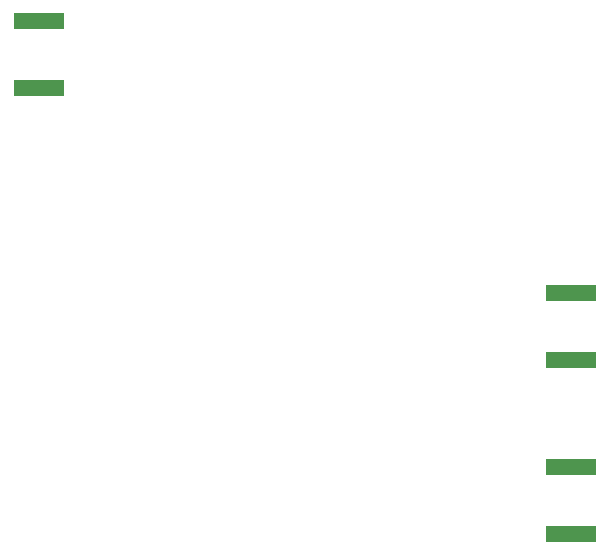
<source format=gbr>
%TF.GenerationSoftware,KiCad,Pcbnew,5.1.8*%
%TF.CreationDate,2020-12-03T12:40:02+01:00*%
%TF.ProjectId,GNI-plutoclocker,474e492d-706c-4757-946f-636c6f636b65,rev?*%
%TF.SameCoordinates,Original*%
%TF.FileFunction,Paste,Bot*%
%TF.FilePolarity,Positive*%
%FSLAX46Y46*%
G04 Gerber Fmt 4.6, Leading zero omitted, Abs format (unit mm)*
G04 Created by KiCad (PCBNEW 5.1.8) date 2020-12-03 12:40:02*
%MOMM*%
%LPD*%
G01*
G04 APERTURE LIST*
%ADD10R,4.200000X1.350000*%
G04 APERTURE END LIST*
D10*
%TO.C,J6*%
X128000000Y-89925000D03*
X128000000Y-95575000D03*
%TD*%
%TO.C,J4*%
X128000000Y-75175000D03*
X128000000Y-80825000D03*
%TD*%
%TO.C,J1*%
X83000000Y-57825000D03*
X83000000Y-52175000D03*
%TD*%
M02*

</source>
